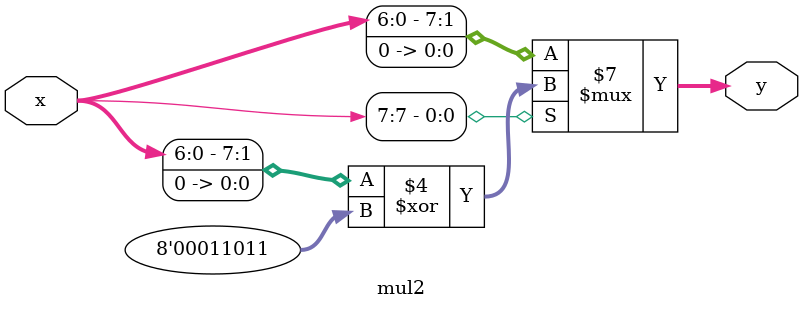
<source format=v>
module mul2(
  input [7:0] x,
  output reg [7:0] y
);

  always @(*) begin
    if (x[7] == 1) y = ((x << 1) ^ 8'h1b);
    else y = (x << 1);
  end
endmodule

</source>
